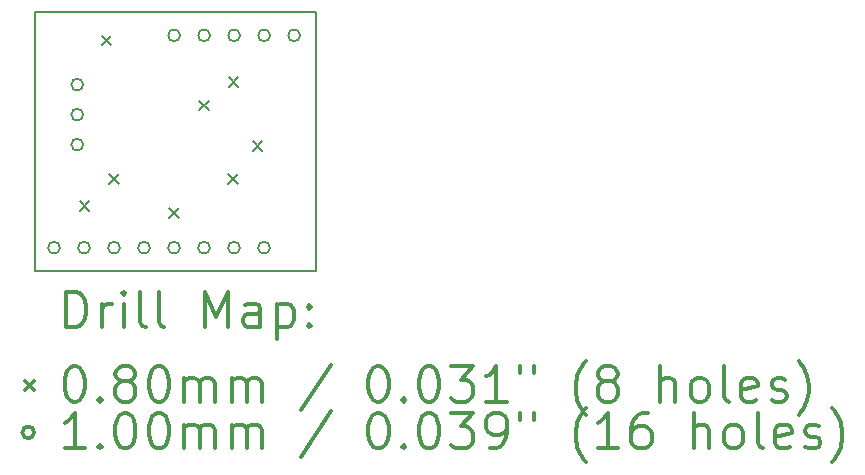
<source format=gbr>
%FSLAX45Y45*%
G04 Gerber Fmt 4.5, Leading zero omitted, Abs format (unit mm)*
G04 Created by KiCad (PCBNEW 4.0.6) date Tue May 26 18:59:04 2020*
%MOMM*%
%LPD*%
G01*
G04 APERTURE LIST*
%ADD10C,0.127000*%
%ADD11C,0.150000*%
%ADD12C,0.200000*%
%ADD13C,0.300000*%
G04 APERTURE END LIST*
D10*
D11*
X3943000Y-4643000D02*
X3944000Y-4643000D01*
X3943000Y-2447000D02*
X3943000Y-4643000D01*
X6321000Y-2447000D02*
X3943000Y-2447000D01*
X6321000Y-4643000D02*
X6321000Y-2447000D01*
X3944000Y-4643000D02*
X6321000Y-4643000D01*
D12*
X4320000Y-4050000D02*
X4400000Y-4130000D01*
X4400000Y-4050000D02*
X4320000Y-4130000D01*
X4510000Y-2650000D02*
X4590000Y-2730000D01*
X4590000Y-2650000D02*
X4510000Y-2730000D01*
X4570000Y-3820000D02*
X4650000Y-3900000D01*
X4650000Y-3820000D02*
X4570000Y-3900000D01*
X5080000Y-4110000D02*
X5160000Y-4190000D01*
X5160000Y-4110000D02*
X5080000Y-4190000D01*
X5334000Y-3199000D02*
X5414000Y-3279000D01*
X5414000Y-3199000D02*
X5334000Y-3279000D01*
X5580000Y-3820000D02*
X5660000Y-3900000D01*
X5660000Y-3820000D02*
X5580000Y-3900000D01*
X5584000Y-3000000D02*
X5664000Y-3080000D01*
X5664000Y-3000000D02*
X5584000Y-3080000D01*
X5788000Y-3541000D02*
X5868000Y-3621000D01*
X5868000Y-3541000D02*
X5788000Y-3621000D01*
X4153000Y-4443000D02*
G75*
G03X4153000Y-4443000I-50000J0D01*
G01*
X4350000Y-3062000D02*
G75*
G03X4350000Y-3062000I-50000J0D01*
G01*
X4350000Y-3316000D02*
G75*
G03X4350000Y-3316000I-50000J0D01*
G01*
X4350000Y-3570000D02*
G75*
G03X4350000Y-3570000I-50000J0D01*
G01*
X4407000Y-4443000D02*
G75*
G03X4407000Y-4443000I-50000J0D01*
G01*
X4661000Y-4443000D02*
G75*
G03X4661000Y-4443000I-50000J0D01*
G01*
X4915000Y-4443000D02*
G75*
G03X4915000Y-4443000I-50000J0D01*
G01*
X5169000Y-4443000D02*
G75*
G03X5169000Y-4443000I-50000J0D01*
G01*
X5170000Y-2645000D02*
G75*
G03X5170000Y-2645000I-50000J0D01*
G01*
X5423000Y-4443000D02*
G75*
G03X5423000Y-4443000I-50000J0D01*
G01*
X5424000Y-2645000D02*
G75*
G03X5424000Y-2645000I-50000J0D01*
G01*
X5677000Y-4443000D02*
G75*
G03X5677000Y-4443000I-50000J0D01*
G01*
X5678000Y-2645000D02*
G75*
G03X5678000Y-2645000I-50000J0D01*
G01*
X5931000Y-4443000D02*
G75*
G03X5931000Y-4443000I-50000J0D01*
G01*
X5932000Y-2645000D02*
G75*
G03X5932000Y-2645000I-50000J0D01*
G01*
X6186000Y-2645000D02*
G75*
G03X6186000Y-2645000I-50000J0D01*
G01*
D13*
X4206929Y-5116214D02*
X4206929Y-4816214D01*
X4278357Y-4816214D01*
X4321214Y-4830500D01*
X4349786Y-4859072D01*
X4364071Y-4887643D01*
X4378357Y-4944786D01*
X4378357Y-4987643D01*
X4364071Y-5044786D01*
X4349786Y-5073357D01*
X4321214Y-5101929D01*
X4278357Y-5116214D01*
X4206929Y-5116214D01*
X4506929Y-5116214D02*
X4506929Y-4916214D01*
X4506929Y-4973357D02*
X4521214Y-4944786D01*
X4535500Y-4930500D01*
X4564071Y-4916214D01*
X4592643Y-4916214D01*
X4692643Y-5116214D02*
X4692643Y-4916214D01*
X4692643Y-4816214D02*
X4678357Y-4830500D01*
X4692643Y-4844786D01*
X4706929Y-4830500D01*
X4692643Y-4816214D01*
X4692643Y-4844786D01*
X4878357Y-5116214D02*
X4849786Y-5101929D01*
X4835500Y-5073357D01*
X4835500Y-4816214D01*
X5035500Y-5116214D02*
X5006929Y-5101929D01*
X4992643Y-5073357D01*
X4992643Y-4816214D01*
X5378357Y-5116214D02*
X5378357Y-4816214D01*
X5478357Y-5030500D01*
X5578357Y-4816214D01*
X5578357Y-5116214D01*
X5849786Y-5116214D02*
X5849786Y-4959072D01*
X5835500Y-4930500D01*
X5806928Y-4916214D01*
X5749786Y-4916214D01*
X5721214Y-4930500D01*
X5849786Y-5101929D02*
X5821214Y-5116214D01*
X5749786Y-5116214D01*
X5721214Y-5101929D01*
X5706928Y-5073357D01*
X5706928Y-5044786D01*
X5721214Y-5016214D01*
X5749786Y-5001929D01*
X5821214Y-5001929D01*
X5849786Y-4987643D01*
X5992643Y-4916214D02*
X5992643Y-5216214D01*
X5992643Y-4930500D02*
X6021214Y-4916214D01*
X6078357Y-4916214D01*
X6106928Y-4930500D01*
X6121214Y-4944786D01*
X6135500Y-4973357D01*
X6135500Y-5059072D01*
X6121214Y-5087643D01*
X6106928Y-5101929D01*
X6078357Y-5116214D01*
X6021214Y-5116214D01*
X5992643Y-5101929D01*
X6264071Y-5087643D02*
X6278357Y-5101929D01*
X6264071Y-5116214D01*
X6249786Y-5101929D01*
X6264071Y-5087643D01*
X6264071Y-5116214D01*
X6264071Y-4930500D02*
X6278357Y-4944786D01*
X6264071Y-4959072D01*
X6249786Y-4944786D01*
X6264071Y-4930500D01*
X6264071Y-4959072D01*
X3855500Y-5570500D02*
X3935500Y-5650500D01*
X3935500Y-5570500D02*
X3855500Y-5650500D01*
X4264071Y-5446214D02*
X4292643Y-5446214D01*
X4321214Y-5460500D01*
X4335500Y-5474786D01*
X4349786Y-5503357D01*
X4364071Y-5560500D01*
X4364071Y-5631929D01*
X4349786Y-5689071D01*
X4335500Y-5717643D01*
X4321214Y-5731929D01*
X4292643Y-5746214D01*
X4264071Y-5746214D01*
X4235500Y-5731929D01*
X4221214Y-5717643D01*
X4206929Y-5689071D01*
X4192643Y-5631929D01*
X4192643Y-5560500D01*
X4206929Y-5503357D01*
X4221214Y-5474786D01*
X4235500Y-5460500D01*
X4264071Y-5446214D01*
X4492643Y-5717643D02*
X4506929Y-5731929D01*
X4492643Y-5746214D01*
X4478357Y-5731929D01*
X4492643Y-5717643D01*
X4492643Y-5746214D01*
X4678357Y-5574786D02*
X4649786Y-5560500D01*
X4635500Y-5546214D01*
X4621214Y-5517643D01*
X4621214Y-5503357D01*
X4635500Y-5474786D01*
X4649786Y-5460500D01*
X4678357Y-5446214D01*
X4735500Y-5446214D01*
X4764071Y-5460500D01*
X4778357Y-5474786D01*
X4792643Y-5503357D01*
X4792643Y-5517643D01*
X4778357Y-5546214D01*
X4764071Y-5560500D01*
X4735500Y-5574786D01*
X4678357Y-5574786D01*
X4649786Y-5589072D01*
X4635500Y-5603357D01*
X4621214Y-5631929D01*
X4621214Y-5689071D01*
X4635500Y-5717643D01*
X4649786Y-5731929D01*
X4678357Y-5746214D01*
X4735500Y-5746214D01*
X4764071Y-5731929D01*
X4778357Y-5717643D01*
X4792643Y-5689071D01*
X4792643Y-5631929D01*
X4778357Y-5603357D01*
X4764071Y-5589072D01*
X4735500Y-5574786D01*
X4978357Y-5446214D02*
X5006929Y-5446214D01*
X5035500Y-5460500D01*
X5049786Y-5474786D01*
X5064071Y-5503357D01*
X5078357Y-5560500D01*
X5078357Y-5631929D01*
X5064071Y-5689071D01*
X5049786Y-5717643D01*
X5035500Y-5731929D01*
X5006929Y-5746214D01*
X4978357Y-5746214D01*
X4949786Y-5731929D01*
X4935500Y-5717643D01*
X4921214Y-5689071D01*
X4906929Y-5631929D01*
X4906929Y-5560500D01*
X4921214Y-5503357D01*
X4935500Y-5474786D01*
X4949786Y-5460500D01*
X4978357Y-5446214D01*
X5206929Y-5746214D02*
X5206929Y-5546214D01*
X5206929Y-5574786D02*
X5221214Y-5560500D01*
X5249786Y-5546214D01*
X5292643Y-5546214D01*
X5321214Y-5560500D01*
X5335500Y-5589072D01*
X5335500Y-5746214D01*
X5335500Y-5589072D02*
X5349786Y-5560500D01*
X5378357Y-5546214D01*
X5421214Y-5546214D01*
X5449786Y-5560500D01*
X5464071Y-5589072D01*
X5464071Y-5746214D01*
X5606928Y-5746214D02*
X5606928Y-5546214D01*
X5606928Y-5574786D02*
X5621214Y-5560500D01*
X5649786Y-5546214D01*
X5692643Y-5546214D01*
X5721214Y-5560500D01*
X5735500Y-5589072D01*
X5735500Y-5746214D01*
X5735500Y-5589072D02*
X5749786Y-5560500D01*
X5778357Y-5546214D01*
X5821214Y-5546214D01*
X5849786Y-5560500D01*
X5864071Y-5589072D01*
X5864071Y-5746214D01*
X6449786Y-5431929D02*
X6192643Y-5817643D01*
X6835500Y-5446214D02*
X6864071Y-5446214D01*
X6892643Y-5460500D01*
X6906928Y-5474786D01*
X6921214Y-5503357D01*
X6935500Y-5560500D01*
X6935500Y-5631929D01*
X6921214Y-5689071D01*
X6906928Y-5717643D01*
X6892643Y-5731929D01*
X6864071Y-5746214D01*
X6835500Y-5746214D01*
X6806928Y-5731929D01*
X6792643Y-5717643D01*
X6778357Y-5689071D01*
X6764071Y-5631929D01*
X6764071Y-5560500D01*
X6778357Y-5503357D01*
X6792643Y-5474786D01*
X6806928Y-5460500D01*
X6835500Y-5446214D01*
X7064071Y-5717643D02*
X7078357Y-5731929D01*
X7064071Y-5746214D01*
X7049786Y-5731929D01*
X7064071Y-5717643D01*
X7064071Y-5746214D01*
X7264071Y-5446214D02*
X7292643Y-5446214D01*
X7321214Y-5460500D01*
X7335500Y-5474786D01*
X7349785Y-5503357D01*
X7364071Y-5560500D01*
X7364071Y-5631929D01*
X7349785Y-5689071D01*
X7335500Y-5717643D01*
X7321214Y-5731929D01*
X7292643Y-5746214D01*
X7264071Y-5746214D01*
X7235500Y-5731929D01*
X7221214Y-5717643D01*
X7206928Y-5689071D01*
X7192643Y-5631929D01*
X7192643Y-5560500D01*
X7206928Y-5503357D01*
X7221214Y-5474786D01*
X7235500Y-5460500D01*
X7264071Y-5446214D01*
X7464071Y-5446214D02*
X7649785Y-5446214D01*
X7549785Y-5560500D01*
X7592643Y-5560500D01*
X7621214Y-5574786D01*
X7635500Y-5589072D01*
X7649785Y-5617643D01*
X7649785Y-5689071D01*
X7635500Y-5717643D01*
X7621214Y-5731929D01*
X7592643Y-5746214D01*
X7506928Y-5746214D01*
X7478357Y-5731929D01*
X7464071Y-5717643D01*
X7935500Y-5746214D02*
X7764071Y-5746214D01*
X7849785Y-5746214D02*
X7849785Y-5446214D01*
X7821214Y-5489072D01*
X7792643Y-5517643D01*
X7764071Y-5531929D01*
X8049786Y-5446214D02*
X8049786Y-5503357D01*
X8164071Y-5446214D02*
X8164071Y-5503357D01*
X8606928Y-5860500D02*
X8592643Y-5846214D01*
X8564071Y-5803357D01*
X8549786Y-5774786D01*
X8535500Y-5731929D01*
X8521214Y-5660500D01*
X8521214Y-5603357D01*
X8535500Y-5531929D01*
X8549786Y-5489072D01*
X8564071Y-5460500D01*
X8592643Y-5417643D01*
X8606928Y-5403357D01*
X8764071Y-5574786D02*
X8735500Y-5560500D01*
X8721214Y-5546214D01*
X8706928Y-5517643D01*
X8706928Y-5503357D01*
X8721214Y-5474786D01*
X8735500Y-5460500D01*
X8764071Y-5446214D01*
X8821214Y-5446214D01*
X8849786Y-5460500D01*
X8864071Y-5474786D01*
X8878357Y-5503357D01*
X8878357Y-5517643D01*
X8864071Y-5546214D01*
X8849786Y-5560500D01*
X8821214Y-5574786D01*
X8764071Y-5574786D01*
X8735500Y-5589072D01*
X8721214Y-5603357D01*
X8706928Y-5631929D01*
X8706928Y-5689071D01*
X8721214Y-5717643D01*
X8735500Y-5731929D01*
X8764071Y-5746214D01*
X8821214Y-5746214D01*
X8849786Y-5731929D01*
X8864071Y-5717643D01*
X8878357Y-5689071D01*
X8878357Y-5631929D01*
X8864071Y-5603357D01*
X8849786Y-5589072D01*
X8821214Y-5574786D01*
X9235500Y-5746214D02*
X9235500Y-5446214D01*
X9364071Y-5746214D02*
X9364071Y-5589072D01*
X9349786Y-5560500D01*
X9321214Y-5546214D01*
X9278357Y-5546214D01*
X9249786Y-5560500D01*
X9235500Y-5574786D01*
X9549786Y-5746214D02*
X9521214Y-5731929D01*
X9506928Y-5717643D01*
X9492643Y-5689071D01*
X9492643Y-5603357D01*
X9506928Y-5574786D01*
X9521214Y-5560500D01*
X9549786Y-5546214D01*
X9592643Y-5546214D01*
X9621214Y-5560500D01*
X9635500Y-5574786D01*
X9649786Y-5603357D01*
X9649786Y-5689071D01*
X9635500Y-5717643D01*
X9621214Y-5731929D01*
X9592643Y-5746214D01*
X9549786Y-5746214D01*
X9821214Y-5746214D02*
X9792643Y-5731929D01*
X9778357Y-5703357D01*
X9778357Y-5446214D01*
X10049786Y-5731929D02*
X10021214Y-5746214D01*
X9964071Y-5746214D01*
X9935500Y-5731929D01*
X9921214Y-5703357D01*
X9921214Y-5589072D01*
X9935500Y-5560500D01*
X9964071Y-5546214D01*
X10021214Y-5546214D01*
X10049786Y-5560500D01*
X10064071Y-5589072D01*
X10064071Y-5617643D01*
X9921214Y-5646214D01*
X10178357Y-5731929D02*
X10206929Y-5746214D01*
X10264071Y-5746214D01*
X10292643Y-5731929D01*
X10306929Y-5703357D01*
X10306929Y-5689071D01*
X10292643Y-5660500D01*
X10264071Y-5646214D01*
X10221214Y-5646214D01*
X10192643Y-5631929D01*
X10178357Y-5603357D01*
X10178357Y-5589072D01*
X10192643Y-5560500D01*
X10221214Y-5546214D01*
X10264071Y-5546214D01*
X10292643Y-5560500D01*
X10406928Y-5860500D02*
X10421214Y-5846214D01*
X10449786Y-5803357D01*
X10464071Y-5774786D01*
X10478357Y-5731929D01*
X10492643Y-5660500D01*
X10492643Y-5603357D01*
X10478357Y-5531929D01*
X10464071Y-5489072D01*
X10449786Y-5460500D01*
X10421214Y-5417643D01*
X10406928Y-5403357D01*
X3935500Y-6006500D02*
G75*
G03X3935500Y-6006500I-50000J0D01*
G01*
X4364071Y-6142214D02*
X4192643Y-6142214D01*
X4278357Y-6142214D02*
X4278357Y-5842214D01*
X4249786Y-5885071D01*
X4221214Y-5913643D01*
X4192643Y-5927929D01*
X4492643Y-6113643D02*
X4506929Y-6127929D01*
X4492643Y-6142214D01*
X4478357Y-6127929D01*
X4492643Y-6113643D01*
X4492643Y-6142214D01*
X4692643Y-5842214D02*
X4721214Y-5842214D01*
X4749786Y-5856500D01*
X4764071Y-5870786D01*
X4778357Y-5899357D01*
X4792643Y-5956500D01*
X4792643Y-6027929D01*
X4778357Y-6085071D01*
X4764071Y-6113643D01*
X4749786Y-6127929D01*
X4721214Y-6142214D01*
X4692643Y-6142214D01*
X4664071Y-6127929D01*
X4649786Y-6113643D01*
X4635500Y-6085071D01*
X4621214Y-6027929D01*
X4621214Y-5956500D01*
X4635500Y-5899357D01*
X4649786Y-5870786D01*
X4664071Y-5856500D01*
X4692643Y-5842214D01*
X4978357Y-5842214D02*
X5006929Y-5842214D01*
X5035500Y-5856500D01*
X5049786Y-5870786D01*
X5064071Y-5899357D01*
X5078357Y-5956500D01*
X5078357Y-6027929D01*
X5064071Y-6085071D01*
X5049786Y-6113643D01*
X5035500Y-6127929D01*
X5006929Y-6142214D01*
X4978357Y-6142214D01*
X4949786Y-6127929D01*
X4935500Y-6113643D01*
X4921214Y-6085071D01*
X4906929Y-6027929D01*
X4906929Y-5956500D01*
X4921214Y-5899357D01*
X4935500Y-5870786D01*
X4949786Y-5856500D01*
X4978357Y-5842214D01*
X5206929Y-6142214D02*
X5206929Y-5942214D01*
X5206929Y-5970786D02*
X5221214Y-5956500D01*
X5249786Y-5942214D01*
X5292643Y-5942214D01*
X5321214Y-5956500D01*
X5335500Y-5985071D01*
X5335500Y-6142214D01*
X5335500Y-5985071D02*
X5349786Y-5956500D01*
X5378357Y-5942214D01*
X5421214Y-5942214D01*
X5449786Y-5956500D01*
X5464071Y-5985071D01*
X5464071Y-6142214D01*
X5606928Y-6142214D02*
X5606928Y-5942214D01*
X5606928Y-5970786D02*
X5621214Y-5956500D01*
X5649786Y-5942214D01*
X5692643Y-5942214D01*
X5721214Y-5956500D01*
X5735500Y-5985071D01*
X5735500Y-6142214D01*
X5735500Y-5985071D02*
X5749786Y-5956500D01*
X5778357Y-5942214D01*
X5821214Y-5942214D01*
X5849786Y-5956500D01*
X5864071Y-5985071D01*
X5864071Y-6142214D01*
X6449786Y-5827929D02*
X6192643Y-6213643D01*
X6835500Y-5842214D02*
X6864071Y-5842214D01*
X6892643Y-5856500D01*
X6906928Y-5870786D01*
X6921214Y-5899357D01*
X6935500Y-5956500D01*
X6935500Y-6027929D01*
X6921214Y-6085071D01*
X6906928Y-6113643D01*
X6892643Y-6127929D01*
X6864071Y-6142214D01*
X6835500Y-6142214D01*
X6806928Y-6127929D01*
X6792643Y-6113643D01*
X6778357Y-6085071D01*
X6764071Y-6027929D01*
X6764071Y-5956500D01*
X6778357Y-5899357D01*
X6792643Y-5870786D01*
X6806928Y-5856500D01*
X6835500Y-5842214D01*
X7064071Y-6113643D02*
X7078357Y-6127929D01*
X7064071Y-6142214D01*
X7049786Y-6127929D01*
X7064071Y-6113643D01*
X7064071Y-6142214D01*
X7264071Y-5842214D02*
X7292643Y-5842214D01*
X7321214Y-5856500D01*
X7335500Y-5870786D01*
X7349785Y-5899357D01*
X7364071Y-5956500D01*
X7364071Y-6027929D01*
X7349785Y-6085071D01*
X7335500Y-6113643D01*
X7321214Y-6127929D01*
X7292643Y-6142214D01*
X7264071Y-6142214D01*
X7235500Y-6127929D01*
X7221214Y-6113643D01*
X7206928Y-6085071D01*
X7192643Y-6027929D01*
X7192643Y-5956500D01*
X7206928Y-5899357D01*
X7221214Y-5870786D01*
X7235500Y-5856500D01*
X7264071Y-5842214D01*
X7464071Y-5842214D02*
X7649785Y-5842214D01*
X7549785Y-5956500D01*
X7592643Y-5956500D01*
X7621214Y-5970786D01*
X7635500Y-5985071D01*
X7649785Y-6013643D01*
X7649785Y-6085071D01*
X7635500Y-6113643D01*
X7621214Y-6127929D01*
X7592643Y-6142214D01*
X7506928Y-6142214D01*
X7478357Y-6127929D01*
X7464071Y-6113643D01*
X7792643Y-6142214D02*
X7849785Y-6142214D01*
X7878357Y-6127929D01*
X7892643Y-6113643D01*
X7921214Y-6070786D01*
X7935500Y-6013643D01*
X7935500Y-5899357D01*
X7921214Y-5870786D01*
X7906928Y-5856500D01*
X7878357Y-5842214D01*
X7821214Y-5842214D01*
X7792643Y-5856500D01*
X7778357Y-5870786D01*
X7764071Y-5899357D01*
X7764071Y-5970786D01*
X7778357Y-5999357D01*
X7792643Y-6013643D01*
X7821214Y-6027929D01*
X7878357Y-6027929D01*
X7906928Y-6013643D01*
X7921214Y-5999357D01*
X7935500Y-5970786D01*
X8049786Y-5842214D02*
X8049786Y-5899357D01*
X8164071Y-5842214D02*
X8164071Y-5899357D01*
X8606928Y-6256500D02*
X8592643Y-6242214D01*
X8564071Y-6199357D01*
X8549786Y-6170786D01*
X8535500Y-6127929D01*
X8521214Y-6056500D01*
X8521214Y-5999357D01*
X8535500Y-5927929D01*
X8549786Y-5885071D01*
X8564071Y-5856500D01*
X8592643Y-5813643D01*
X8606928Y-5799357D01*
X8878357Y-6142214D02*
X8706928Y-6142214D01*
X8792643Y-6142214D02*
X8792643Y-5842214D01*
X8764071Y-5885071D01*
X8735500Y-5913643D01*
X8706928Y-5927929D01*
X9135500Y-5842214D02*
X9078357Y-5842214D01*
X9049786Y-5856500D01*
X9035500Y-5870786D01*
X9006928Y-5913643D01*
X8992643Y-5970786D01*
X8992643Y-6085071D01*
X9006928Y-6113643D01*
X9021214Y-6127929D01*
X9049786Y-6142214D01*
X9106928Y-6142214D01*
X9135500Y-6127929D01*
X9149786Y-6113643D01*
X9164071Y-6085071D01*
X9164071Y-6013643D01*
X9149786Y-5985071D01*
X9135500Y-5970786D01*
X9106928Y-5956500D01*
X9049786Y-5956500D01*
X9021214Y-5970786D01*
X9006928Y-5985071D01*
X8992643Y-6013643D01*
X9521214Y-6142214D02*
X9521214Y-5842214D01*
X9649786Y-6142214D02*
X9649786Y-5985071D01*
X9635500Y-5956500D01*
X9606928Y-5942214D01*
X9564071Y-5942214D01*
X9535500Y-5956500D01*
X9521214Y-5970786D01*
X9835500Y-6142214D02*
X9806928Y-6127929D01*
X9792643Y-6113643D01*
X9778357Y-6085071D01*
X9778357Y-5999357D01*
X9792643Y-5970786D01*
X9806928Y-5956500D01*
X9835500Y-5942214D01*
X9878357Y-5942214D01*
X9906928Y-5956500D01*
X9921214Y-5970786D01*
X9935500Y-5999357D01*
X9935500Y-6085071D01*
X9921214Y-6113643D01*
X9906928Y-6127929D01*
X9878357Y-6142214D01*
X9835500Y-6142214D01*
X10106928Y-6142214D02*
X10078357Y-6127929D01*
X10064071Y-6099357D01*
X10064071Y-5842214D01*
X10335500Y-6127929D02*
X10306929Y-6142214D01*
X10249786Y-6142214D01*
X10221214Y-6127929D01*
X10206929Y-6099357D01*
X10206929Y-5985071D01*
X10221214Y-5956500D01*
X10249786Y-5942214D01*
X10306929Y-5942214D01*
X10335500Y-5956500D01*
X10349786Y-5985071D01*
X10349786Y-6013643D01*
X10206929Y-6042214D01*
X10464071Y-6127929D02*
X10492643Y-6142214D01*
X10549786Y-6142214D01*
X10578357Y-6127929D01*
X10592643Y-6099357D01*
X10592643Y-6085071D01*
X10578357Y-6056500D01*
X10549786Y-6042214D01*
X10506929Y-6042214D01*
X10478357Y-6027929D01*
X10464071Y-5999357D01*
X10464071Y-5985071D01*
X10478357Y-5956500D01*
X10506929Y-5942214D01*
X10549786Y-5942214D01*
X10578357Y-5956500D01*
X10692643Y-6256500D02*
X10706929Y-6242214D01*
X10735500Y-6199357D01*
X10749786Y-6170786D01*
X10764071Y-6127929D01*
X10778357Y-6056500D01*
X10778357Y-5999357D01*
X10764071Y-5927929D01*
X10749786Y-5885071D01*
X10735500Y-5856500D01*
X10706929Y-5813643D01*
X10692643Y-5799357D01*
M02*

</source>
